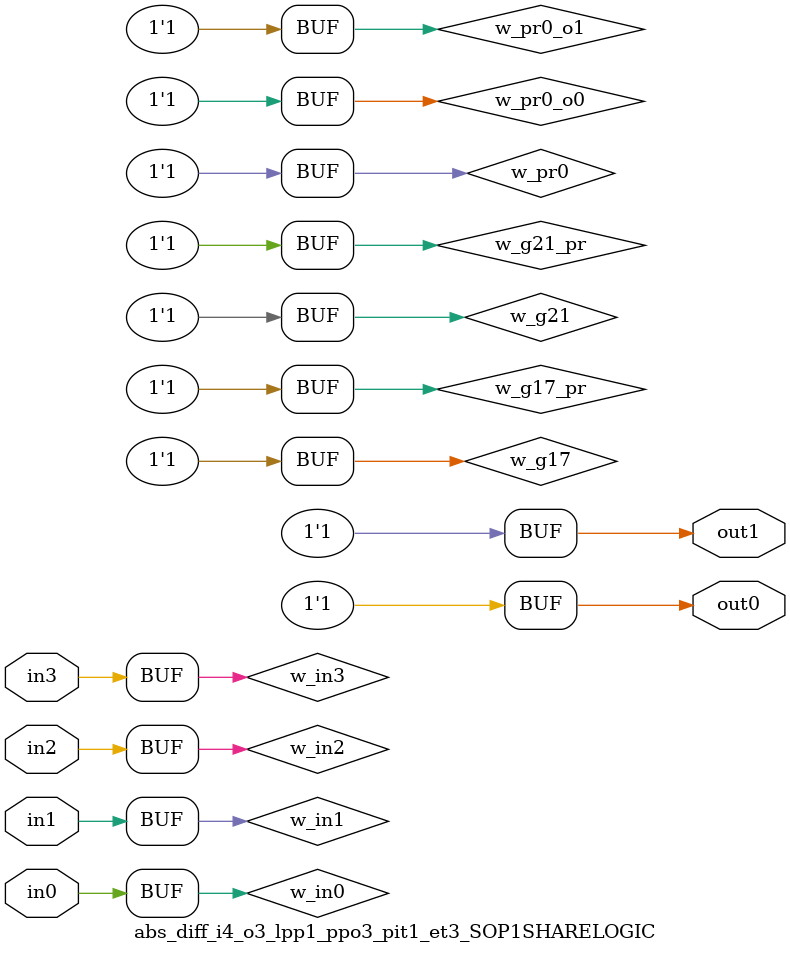
<source format=v>
module abs_diff_i4_o3_lpp1_ppo3_pit1_et3_SOP1SHARELOGIC (in0, in1, in2, in3, out0, out1);
// declaring inputs
input in0,  in1,  in2,  in3;
// declaring outputs
output out0,  out1;
// JSON model input
wire w_in3, w_in2, w_in1, w_in0;
// JSON model output
wire w_g17, w_g21;
//json model
wire w_g17_pr, w_g21_pr, w_pr0_o0, w_pr0_o1, w_pr0;
// JSON model input assign
assign w_in3 = in3;
assign w_in2 = in2;
assign w_in1 = in1;
assign w_in0 = in0;

//json model assigns (approximated Shared/XPAT part)
//assign literals to products
assign w_pr0 = 1;
//if a product has literals and if the product is being "activated" for that output
assign w_pr0_o0 = w_pr0 & 1;
assign w_pr0_o1 = w_pr0 & 1;
//compose an output with corresponding products (OR)
assign w_g17 = w_pr0_o0;
assign w_g21 = w_pr0_o1;
//if an output has products and if it is part of the JSON model
assign w_g17_pr = w_g17 & 1;
assign w_g21_pr = w_g21 & 1;
// output assigns
assign out0 = w_g17_pr;
assign out1 = w_g21_pr;
endmodule
</source>
